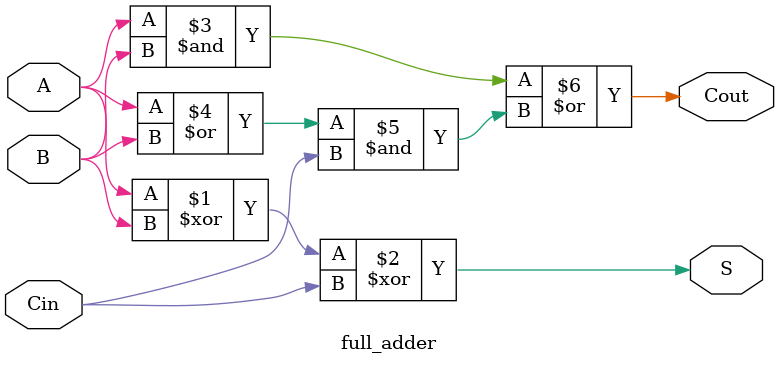
<source format=v>
module full_adder (
    input wire A,
    input wire B,
    input wire Cin,
    output wire S,
    output wire Cout
);
    assign S = A ^ B ^ Cin;
    assign Cout = A & B | (A | B) & Cin;
endmodule

</source>
